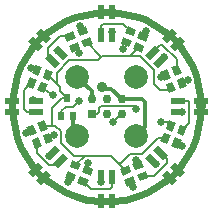
<source format=gtl>
G04 (created by PCBNEW (2013-09-27 BZR 4354)-product) date Fri 27 Sep 2013 04:25:06 PM CEST*
%MOIN*%
G04 Gerber Fmt 3.4, Leading zero omitted, Abs format*
%FSLAX34Y34*%
G01*
G70*
G90*
G04 APERTURE LIST*
%ADD10C,0.005906*%
%ADD11R,0.021654X0.025591*%
%ADD12R,0.029528X0.029528*%
%ADD13C,0.029528*%
%ADD14C,0.078740*%
%ADD15R,0.047244X0.023622*%
%ADD16R,0.023622X0.047244*%
%ADD17C,0.025000*%
%ADD18C,0.035000*%
%ADD19C,0.008000*%
%ADD20C,0.012000*%
%ADD21C,0.006000*%
%ADD22C,0.024000*%
G04 APERTURE END LIST*
G54D10*
G54D11*
X28019Y-24720D03*
X28413Y-24720D03*
X28216Y-24129D03*
G54D12*
X29027Y-24659D03*
G54D13*
X29027Y-24159D03*
X29527Y-24659D03*
X29527Y-24159D03*
X30027Y-24659D03*
X30027Y-24159D03*
G54D14*
X28543Y-25393D03*
X28543Y-23425D03*
X30511Y-23425D03*
X30511Y-25393D03*
G54D15*
X32677Y-24222D03*
X31889Y-24222D03*
X32677Y-24596D03*
X31889Y-24596D03*
G54D16*
X29714Y-27559D03*
X29714Y-26771D03*
X29340Y-27559D03*
X29340Y-26771D03*
G54D15*
X26377Y-24596D03*
X27165Y-24596D03*
X26377Y-24222D03*
X27165Y-24222D03*
G54D10*
G36*
X27418Y-22397D02*
X27251Y-22565D01*
X26917Y-22230D01*
X27084Y-22063D01*
X27418Y-22397D01*
X27418Y-22397D01*
G37*
G36*
X27975Y-22954D02*
X27808Y-23121D01*
X27474Y-22787D01*
X27641Y-22620D01*
X27975Y-22954D01*
X27975Y-22954D01*
G37*
G36*
X27683Y-22133D02*
X27516Y-22300D01*
X27182Y-21966D01*
X27349Y-21799D01*
X27683Y-22133D01*
X27683Y-22133D01*
G37*
G36*
X28239Y-22690D02*
X28072Y-22857D01*
X27738Y-22523D01*
X27905Y-22356D01*
X28239Y-22690D01*
X28239Y-22690D01*
G37*
G36*
X31539Y-22300D02*
X31371Y-22133D01*
X31706Y-21799D01*
X31873Y-21966D01*
X31539Y-22300D01*
X31539Y-22300D01*
G37*
G36*
X30982Y-22857D02*
X30815Y-22690D01*
X31149Y-22356D01*
X31316Y-22523D01*
X30982Y-22857D01*
X30982Y-22857D01*
G37*
G36*
X31803Y-22565D02*
X31636Y-22397D01*
X31970Y-22063D01*
X32137Y-22230D01*
X31803Y-22565D01*
X31803Y-22565D01*
G37*
G36*
X31246Y-23121D02*
X31079Y-22954D01*
X31413Y-22620D01*
X31580Y-22787D01*
X31246Y-23121D01*
X31246Y-23121D01*
G37*
G36*
X31636Y-26420D02*
X31803Y-26253D01*
X32137Y-26587D01*
X31970Y-26754D01*
X31636Y-26420D01*
X31636Y-26420D01*
G37*
G36*
X31079Y-25864D02*
X31246Y-25697D01*
X31580Y-26031D01*
X31413Y-26198D01*
X31079Y-25864D01*
X31079Y-25864D01*
G37*
G36*
X31371Y-26685D02*
X31539Y-26518D01*
X31873Y-26852D01*
X31706Y-27019D01*
X31371Y-26685D01*
X31371Y-26685D01*
G37*
G36*
X30815Y-26128D02*
X30982Y-25961D01*
X31316Y-26295D01*
X31149Y-26462D01*
X30815Y-26128D01*
X30815Y-26128D01*
G37*
G36*
X27516Y-26518D02*
X27683Y-26685D01*
X27349Y-27019D01*
X27182Y-26852D01*
X27516Y-26518D01*
X27516Y-26518D01*
G37*
G36*
X28072Y-25961D02*
X28239Y-26128D01*
X27905Y-26462D01*
X27738Y-26295D01*
X28072Y-25961D01*
X28072Y-25961D01*
G37*
G36*
X27251Y-26253D02*
X27418Y-26420D01*
X27084Y-26754D01*
X26917Y-26587D01*
X27251Y-26253D01*
X27251Y-26253D01*
G37*
G36*
X27808Y-25697D02*
X27975Y-25864D01*
X27641Y-26198D01*
X27474Y-26031D01*
X27808Y-25697D01*
X27808Y-25697D01*
G37*
G36*
X30694Y-22615D02*
X30403Y-22494D01*
X30493Y-22276D01*
X30784Y-22396D01*
X30694Y-22615D01*
X30694Y-22615D01*
G37*
G36*
X30844Y-22251D02*
X30553Y-22130D01*
X30644Y-21912D01*
X30935Y-22033D01*
X30844Y-22251D01*
X30844Y-22251D01*
G37*
G36*
X31442Y-23553D02*
X31321Y-23262D01*
X31540Y-23172D01*
X31660Y-23463D01*
X31442Y-23553D01*
X31442Y-23553D01*
G37*
G36*
X31806Y-23402D02*
X31685Y-23111D01*
X31903Y-23021D01*
X32024Y-23312D01*
X31806Y-23402D01*
X31806Y-23402D01*
G37*
G36*
X31499Y-25162D02*
X31619Y-24871D01*
X31837Y-24962D01*
X31717Y-25253D01*
X31499Y-25162D01*
X31499Y-25162D01*
G37*
G36*
X31862Y-25313D02*
X31983Y-25022D01*
X32201Y-25112D01*
X32081Y-25403D01*
X31862Y-25313D01*
X31862Y-25313D01*
G37*
G36*
X30383Y-26324D02*
X30674Y-26203D01*
X30764Y-26422D01*
X30473Y-26542D01*
X30383Y-26324D01*
X30383Y-26324D01*
G37*
G36*
X30534Y-26688D02*
X30825Y-26567D01*
X30915Y-26785D01*
X30624Y-26906D01*
X30534Y-26688D01*
X30534Y-26688D01*
G37*
G36*
X28793Y-26381D02*
X29084Y-26501D01*
X28994Y-26719D01*
X28703Y-26599D01*
X28793Y-26381D01*
X28793Y-26381D01*
G37*
G36*
X28643Y-26744D02*
X28934Y-26865D01*
X28843Y-27083D01*
X28552Y-26963D01*
X28643Y-26744D01*
X28643Y-26744D01*
G37*
G36*
X27612Y-25285D02*
X27733Y-25576D01*
X27514Y-25666D01*
X27394Y-25375D01*
X27612Y-25285D01*
X27612Y-25285D01*
G37*
G36*
X27248Y-25435D02*
X27369Y-25726D01*
X27151Y-25817D01*
X27030Y-25526D01*
X27248Y-25435D01*
X27248Y-25435D01*
G37*
G36*
X27733Y-23262D02*
X27612Y-23553D01*
X27394Y-23463D01*
X27514Y-23172D01*
X27733Y-23262D01*
X27733Y-23262D01*
G37*
G36*
X27369Y-23111D02*
X27248Y-23402D01*
X27030Y-23312D01*
X27151Y-23021D01*
X27369Y-23111D01*
X27369Y-23111D01*
G37*
G36*
X27555Y-23675D02*
X27435Y-23966D01*
X27217Y-23876D01*
X27337Y-23585D01*
X27555Y-23675D01*
X27555Y-23675D01*
G37*
G36*
X27192Y-23525D02*
X27071Y-23816D01*
X26853Y-23725D01*
X26974Y-23434D01*
X27192Y-23525D01*
X27192Y-23525D01*
G37*
G36*
X28651Y-22494D02*
X28360Y-22615D01*
X28270Y-22396D01*
X28561Y-22276D01*
X28651Y-22494D01*
X28651Y-22494D01*
G37*
G36*
X28501Y-22130D02*
X28210Y-22251D01*
X28119Y-22033D01*
X28410Y-21912D01*
X28501Y-22130D01*
X28501Y-22130D01*
G37*
G54D16*
X29340Y-21259D03*
X29340Y-22047D03*
X29714Y-21259D03*
X29714Y-22047D03*
G54D10*
G36*
X30280Y-22437D02*
X29989Y-22317D01*
X30080Y-22099D01*
X30371Y-22219D01*
X30280Y-22437D01*
X30280Y-22437D01*
G37*
G36*
X30431Y-22074D02*
X30140Y-21953D01*
X30230Y-21735D01*
X30521Y-21855D01*
X30431Y-22074D01*
X30431Y-22074D01*
G37*
G36*
X31619Y-23966D02*
X31499Y-23675D01*
X31717Y-23585D01*
X31837Y-23876D01*
X31619Y-23966D01*
X31619Y-23966D01*
G37*
G36*
X31983Y-23816D02*
X31862Y-23525D01*
X32081Y-23434D01*
X32201Y-23725D01*
X31983Y-23816D01*
X31983Y-23816D01*
G37*
G36*
X31321Y-25576D02*
X31442Y-25285D01*
X31660Y-25375D01*
X31540Y-25666D01*
X31321Y-25576D01*
X31321Y-25576D01*
G37*
G36*
X31685Y-25726D02*
X31806Y-25435D01*
X32024Y-25526D01*
X31903Y-25817D01*
X31685Y-25726D01*
X31685Y-25726D01*
G37*
G36*
X29970Y-26501D02*
X30261Y-26381D01*
X30351Y-26599D01*
X30060Y-26719D01*
X29970Y-26501D01*
X29970Y-26501D01*
G37*
G36*
X30120Y-26865D02*
X30411Y-26744D01*
X30502Y-26963D01*
X30211Y-27083D01*
X30120Y-26865D01*
X30120Y-26865D01*
G37*
G36*
X28380Y-26203D02*
X28671Y-26324D01*
X28581Y-26542D01*
X28290Y-26422D01*
X28380Y-26203D01*
X28380Y-26203D01*
G37*
G36*
X28229Y-26567D02*
X28520Y-26688D01*
X28430Y-26906D01*
X28139Y-26785D01*
X28229Y-26567D01*
X28229Y-26567D01*
G37*
G36*
X27435Y-24871D02*
X27555Y-25162D01*
X27337Y-25253D01*
X27217Y-24962D01*
X27435Y-24871D01*
X27435Y-24871D01*
G37*
G36*
X27071Y-25022D02*
X27192Y-25313D01*
X26974Y-25403D01*
X26853Y-25112D01*
X27071Y-25022D01*
X27071Y-25022D01*
G37*
G36*
X29065Y-22317D02*
X28774Y-22437D01*
X28683Y-22219D01*
X28974Y-22099D01*
X29065Y-22317D01*
X29065Y-22317D01*
G37*
G36*
X28914Y-21953D02*
X28623Y-22074D01*
X28533Y-21855D01*
X28824Y-21735D01*
X28914Y-21953D01*
X28914Y-21953D01*
G37*
G54D17*
X28594Y-24240D03*
G54D18*
X29370Y-23779D03*
G54D17*
X30511Y-24484D03*
X31342Y-24917D03*
X30511Y-26212D03*
X28897Y-26295D03*
X27755Y-25370D03*
X31346Y-23425D03*
X30062Y-22507D03*
X28590Y-22622D03*
X27736Y-24043D03*
X32224Y-23531D03*
X31444Y-22767D03*
X26822Y-25307D03*
X27610Y-26062D03*
X27066Y-24212D03*
X26988Y-23141D03*
X28645Y-21728D03*
X27917Y-22551D03*
X30822Y-21889D03*
X29708Y-21933D03*
X32023Y-25720D03*
X32031Y-24594D03*
X30393Y-27106D03*
X31165Y-26330D03*
X28236Y-26940D03*
X29338Y-26933D03*
X29748Y-24917D03*
G54D18*
X32677Y-24409D03*
G54D19*
X28019Y-24720D02*
X28019Y-24570D01*
X28409Y-24425D02*
X28594Y-24240D01*
X28165Y-24425D02*
X28409Y-24425D01*
X28019Y-24570D02*
X28165Y-24425D01*
G54D20*
X28413Y-24720D02*
X28413Y-25263D01*
X28413Y-25263D02*
X28543Y-25393D01*
X29370Y-23779D02*
X29409Y-23818D01*
X29409Y-23818D02*
X29687Y-23818D01*
X30027Y-24159D02*
X29687Y-23818D01*
X30027Y-24159D02*
X30702Y-24159D01*
X30702Y-24159D02*
X30795Y-24251D01*
X30795Y-24251D02*
X30795Y-25110D01*
X30795Y-25110D02*
X30511Y-25393D01*
G54D21*
X29027Y-24659D02*
X29198Y-24659D01*
X30433Y-24405D02*
X30511Y-24484D01*
X29350Y-24405D02*
X30433Y-24405D01*
X29275Y-24480D02*
X29350Y-24405D01*
X29275Y-24582D02*
X29275Y-24480D01*
X29198Y-24659D02*
X29275Y-24582D01*
G54D19*
X27704Y-25062D02*
X27704Y-24464D01*
X28039Y-24129D02*
X28216Y-24129D01*
X27704Y-24464D02*
X28039Y-24129D01*
X27970Y-23769D02*
X27970Y-23883D01*
X27970Y-23883D02*
X28216Y-24129D01*
X27386Y-25062D02*
X27704Y-25062D01*
X27704Y-25062D02*
X27818Y-25062D01*
X28425Y-26062D02*
X28791Y-26062D01*
X27988Y-25625D02*
X28425Y-26062D01*
X27988Y-25232D02*
X27988Y-25625D01*
X27818Y-25062D02*
X27988Y-25232D01*
X27858Y-23657D02*
X27970Y-23769D01*
X29673Y-26062D02*
X28791Y-26062D01*
X27858Y-23657D02*
X27858Y-23283D01*
X27858Y-23283D02*
X28287Y-22854D01*
X29895Y-26285D02*
X29994Y-26285D01*
X29895Y-26285D02*
X29673Y-26062D01*
X29251Y-22854D02*
X29350Y-22755D01*
X28287Y-22854D02*
X29251Y-22854D01*
X29994Y-26285D02*
X30295Y-25984D01*
X30295Y-25984D02*
X30708Y-25984D01*
X30299Y-22740D02*
X29366Y-22740D01*
X29366Y-22740D02*
X29350Y-22755D01*
X31240Y-25452D02*
X31468Y-25452D01*
X30708Y-25984D02*
X31240Y-25452D01*
X31468Y-25452D02*
X31491Y-25475D01*
X30299Y-22740D02*
X30653Y-22740D01*
X31114Y-23653D02*
X31318Y-23858D01*
X31318Y-23858D02*
X31586Y-23858D01*
G54D21*
X31586Y-23858D02*
X31668Y-23776D01*
G54D19*
X31114Y-23200D02*
X31114Y-23653D01*
X30653Y-22740D02*
X31114Y-23200D01*
X28874Y-22280D02*
X29350Y-22755D01*
X27563Y-23362D02*
X27858Y-23657D01*
X30160Y-26550D02*
X29895Y-26285D01*
X28791Y-26062D02*
X28480Y-26373D01*
X28874Y-22280D02*
X28874Y-22268D01*
X30593Y-22445D02*
X30299Y-22740D01*
X31668Y-23776D02*
X31668Y-23784D01*
X31523Y-24917D02*
X31668Y-25062D01*
X31342Y-24917D02*
X31523Y-24917D01*
X30511Y-26212D02*
X30574Y-26275D01*
X30574Y-26275D02*
X30574Y-26373D01*
X28894Y-26401D02*
X28894Y-26550D01*
X28897Y-26295D02*
X28894Y-26401D01*
X27650Y-25475D02*
X27563Y-25475D01*
X27755Y-25370D02*
X27650Y-25475D01*
X31408Y-23362D02*
X31491Y-23362D01*
X31346Y-23425D02*
X31408Y-23362D01*
X28461Y-22445D02*
X28461Y-22492D01*
X30180Y-22390D02*
X30180Y-22268D01*
X30062Y-22507D02*
X30180Y-22390D01*
X28461Y-22492D02*
X28590Y-22622D01*
X27386Y-23784D02*
X27736Y-24043D01*
X27386Y-23776D02*
X27386Y-23784D01*
X30574Y-26374D02*
X30574Y-26373D01*
X30570Y-26377D02*
X30574Y-26374D01*
X31479Y-23362D02*
X31491Y-23362D01*
X31476Y-23366D02*
X31479Y-23362D01*
X31637Y-25062D02*
X31668Y-25062D01*
X31614Y-25039D02*
X31637Y-25062D01*
X30574Y-26361D02*
X30574Y-26373D01*
X27595Y-25475D02*
X27563Y-25475D01*
X29340Y-22047D02*
X29340Y-21722D01*
X30080Y-21653D02*
X30331Y-21904D01*
X29409Y-21653D02*
X30080Y-21653D01*
X29340Y-21722D02*
X29409Y-21653D01*
X31330Y-22871D02*
X31341Y-22871D01*
X32039Y-23625D02*
X32032Y-23625D01*
X32129Y-23625D02*
X32039Y-23625D01*
X32224Y-23531D02*
X32129Y-23625D01*
X31341Y-22871D02*
X31444Y-22767D01*
X27989Y-26212D02*
X27980Y-26212D01*
X27200Y-25979D02*
X27200Y-25626D01*
X27598Y-26377D02*
X27200Y-25979D01*
X27814Y-26377D02*
X27598Y-26377D01*
X27980Y-26212D02*
X27814Y-26377D01*
X27724Y-25947D02*
X27724Y-25948D01*
X27015Y-25212D02*
X27022Y-25213D01*
X26917Y-25212D02*
X27015Y-25212D01*
X26822Y-25307D02*
X26917Y-25212D01*
X27724Y-25948D02*
X27610Y-26062D01*
X27165Y-24222D02*
X27076Y-24222D01*
X27076Y-24222D02*
X27066Y-24212D01*
X27200Y-23204D02*
X27200Y-23212D01*
X27051Y-23204D02*
X27200Y-23204D01*
X26988Y-23141D02*
X27051Y-23204D01*
X27724Y-22871D02*
X27713Y-22871D01*
X27957Y-22081D02*
X28310Y-22081D01*
X27559Y-22480D02*
X27957Y-22081D01*
X27559Y-22716D02*
X27559Y-22480D01*
X27713Y-22871D02*
X27559Y-22716D01*
X27989Y-22606D02*
X27972Y-22606D01*
X28724Y-21905D02*
X28723Y-21904D01*
X28724Y-21807D02*
X28724Y-21905D01*
X28645Y-21728D02*
X28724Y-21807D01*
X27972Y-22606D02*
X27917Y-22551D01*
X29714Y-22047D02*
X29714Y-21938D01*
X30751Y-22066D02*
X30744Y-22081D01*
X30751Y-21960D02*
X30751Y-22066D01*
X30822Y-21889D02*
X30751Y-21960D01*
X29714Y-21938D02*
X29708Y-21933D01*
X31855Y-23212D02*
X31855Y-22839D01*
X31310Y-22362D02*
X31065Y-22606D01*
X31377Y-22362D02*
X31310Y-22362D01*
X31855Y-22839D02*
X31377Y-22362D01*
X31889Y-24596D02*
X32029Y-24596D01*
X31858Y-25629D02*
X31855Y-25626D01*
X31933Y-25629D02*
X31858Y-25629D01*
X32023Y-25720D02*
X31933Y-25629D01*
X32029Y-24596D02*
X32031Y-24594D01*
X31889Y-24222D02*
X32273Y-24222D01*
X32283Y-24961D02*
X32032Y-25213D01*
X32283Y-24232D02*
X32283Y-24961D01*
X32273Y-24222D02*
X32283Y-24232D01*
X31065Y-26212D02*
X31065Y-26231D01*
X30322Y-26909D02*
X30311Y-26914D01*
X30322Y-27035D02*
X30322Y-26909D01*
X30393Y-27106D02*
X30322Y-27035D01*
X31065Y-26231D02*
X31165Y-26330D01*
X31330Y-25947D02*
X31330Y-25956D01*
X31097Y-26736D02*
X30724Y-26736D01*
X31535Y-26299D02*
X31097Y-26736D01*
X31535Y-26161D02*
X31535Y-26299D01*
X31330Y-25956D02*
X31535Y-26161D01*
X29340Y-26771D02*
X29340Y-26931D01*
X28326Y-26724D02*
X28330Y-26736D01*
X28326Y-26850D02*
X28326Y-26724D01*
X28236Y-26940D02*
X28326Y-26850D01*
X29340Y-26931D02*
X29338Y-26933D01*
X29714Y-26771D02*
X29714Y-27096D01*
X28994Y-27165D02*
X28743Y-26914D01*
X29645Y-27165D02*
X28994Y-27165D01*
X29714Y-27096D02*
X29645Y-27165D01*
X27165Y-24596D02*
X26860Y-24596D01*
X26771Y-23876D02*
X27022Y-23625D01*
X26771Y-24507D02*
X26771Y-23876D01*
X26860Y-24596D02*
X26771Y-24507D01*
X30005Y-24659D02*
X30027Y-24659D01*
X29748Y-24917D02*
X30005Y-24659D01*
G54D22*
X29714Y-27559D02*
X30137Y-27519D01*
X32521Y-25450D02*
X32677Y-24596D01*
X32521Y-25450D02*
X32378Y-25795D01*
X32378Y-25795D02*
X31906Y-26524D01*
X31906Y-26524D02*
X31642Y-26788D01*
X31642Y-26788D02*
X30913Y-27260D01*
X30913Y-27260D02*
X30568Y-27403D01*
X30137Y-27519D02*
X30568Y-27403D01*
X29340Y-27559D02*
X29714Y-27559D01*
X28486Y-27403D02*
X28877Y-27519D01*
X28486Y-27403D02*
X28141Y-27260D01*
X28141Y-27260D02*
X27412Y-26788D01*
X27412Y-26788D02*
X27148Y-26524D01*
X27148Y-26524D02*
X26676Y-25795D01*
X26676Y-25795D02*
X26533Y-25450D01*
X26377Y-24596D02*
X26533Y-25450D01*
X28877Y-27519D02*
X29340Y-27559D01*
G54D20*
X29027Y-24159D02*
X29027Y-23909D01*
X29027Y-23909D02*
X28543Y-23425D01*
G54D22*
X28486Y-21415D02*
X29340Y-21259D01*
X29340Y-21259D02*
X29714Y-21259D01*
X27412Y-22030D02*
X28141Y-21558D01*
X27148Y-22294D02*
X27412Y-22030D01*
X26676Y-23023D02*
X27148Y-22294D01*
X26533Y-23368D02*
X26676Y-23023D01*
X26377Y-24222D02*
X26533Y-23368D01*
X26377Y-24596D02*
X26377Y-24222D01*
X32677Y-24222D02*
X32677Y-24409D01*
X32677Y-24409D02*
X32677Y-24596D01*
X32521Y-23368D02*
X32677Y-24222D01*
X32378Y-23023D02*
X32521Y-23368D01*
X31906Y-22294D02*
X32378Y-23023D01*
X31642Y-22030D02*
X31906Y-22294D01*
X29714Y-21259D02*
X30118Y-21333D01*
X30118Y-21338D02*
X30119Y-21337D01*
X30119Y-21337D02*
X30119Y-21333D01*
X30119Y-21333D02*
X30118Y-21334D01*
X30118Y-21334D02*
X30118Y-21338D01*
X30118Y-21338D02*
X30118Y-21333D01*
X28141Y-21558D02*
X28486Y-21415D01*
X30913Y-21558D02*
X31642Y-22030D01*
X30568Y-21415D02*
X30797Y-21510D01*
X30118Y-21333D02*
X30568Y-21415D01*
X30797Y-21510D02*
X30913Y-21558D01*
M02*

</source>
